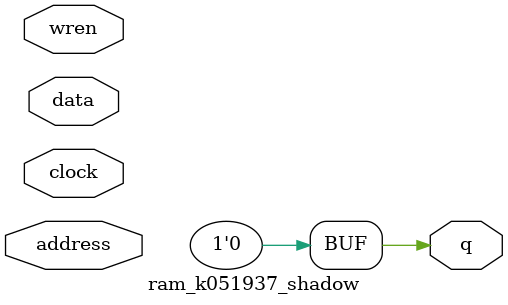
<source format=v>
module ram_k051937_shadow(	// file.cleaned.mlir:2:3
  input  [7:0] address,	// file.cleaned.mlir:2:36
  input        clock,	// file.cleaned.mlir:2:54
               data,	// file.cleaned.mlir:2:70
               wren,	// file.cleaned.mlir:2:85
  output       q	// file.cleaned.mlir:2:101
);

  assign q = 1'h0;	// file.cleaned.mlir:3:14, :4:5
endmodule


</source>
